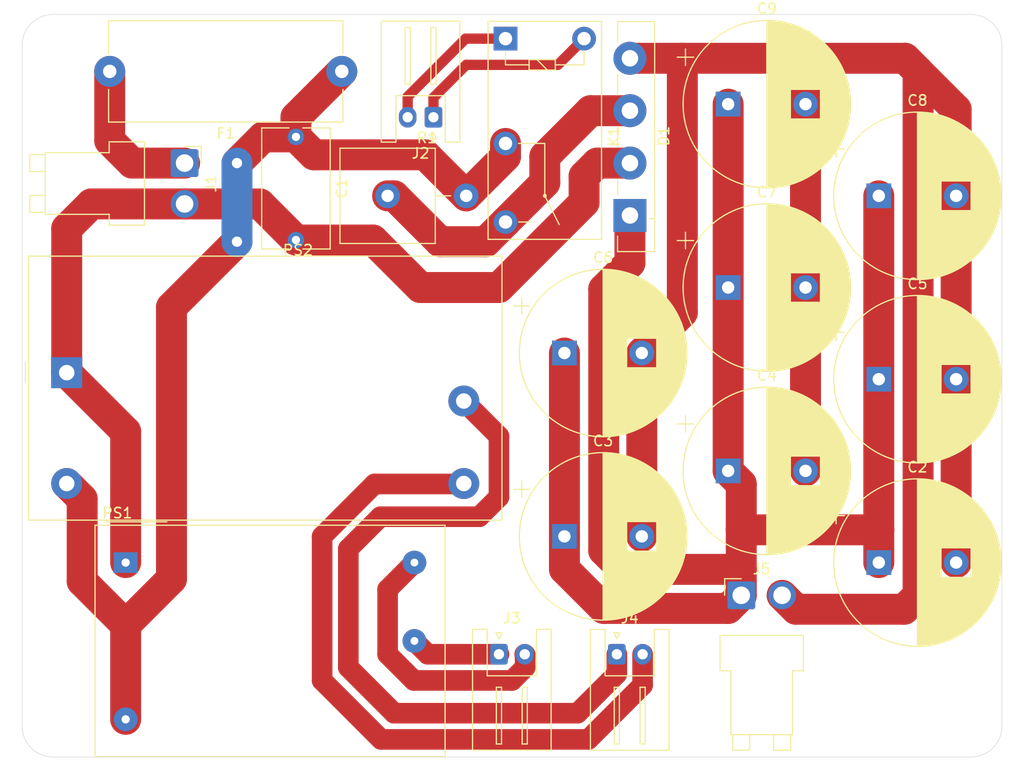
<source format=kicad_pcb>
(kicad_pcb (version 20171130) (host pcbnew "(5.1.5)-3")
  (layers (0 F.Cu signal) (31 B.Cu signal) (34 B.Paste user) (35 F.Paste user) (36 B.SilkS user) (37 F.SilkS user) (38 B.Mask user) (39 F.Mask user) (44 Edge.Cuts user))
  (net 0 "")
  (net 1 "Net-(C1-Pad1)")
  (net 2 "Net-(C1-Pad2)")
  (net 3 "Net-(F1-Pad2)")
  (net 4 "Net-(J2-Pad1)")
  (net 5 "Net-(J2-Pad2)")
  (net 6 "Net-(J3-Pad2)")
  (net 7 "Net-(J3-Pad1)")
  (net 8 "Net-(J4-Pad1)")
  (net 9 "Net-(J4-Pad2)")
  (net 10 "Net-(C2-Pad1)")
  (net 11 "Net-(C2-Pad2)")
  (net 12 "Net-(D1-Pad3)")
  (module Capacitor_THT:C_Rect_L11.5mm_W6.4mm_P10.00mm_MKT (layer F.Cu) (at -20.955 -24.13 270)
    (fp_text reference C1 (at 5 -4.45 90) (layer F.SilkS))
    (fp_text value 0.1u)
    (pad 2 thru_hole circle (at 10 0 270) (size 1.6 1.6) (drill 0.8) (layers *.Cu *.Mask) (net 2 "Net-(C1-Pad2)"))
    (pad 1 thru_hole circle (at 0 0 270) (size 1.6 1.6) (drill 0.8) (layers *.Cu *.Mask) (net 1 "Net-(C1-Pad1)"))
  )
  (module Capacitor_THT:CP_Radial_D16.0mm_P7.50mm (layer F.Cu) (at 35.56 17.145)
    (fp_text reference C2 (at 3.75 -9.25) (layer F.SilkS))
    (fp_text value 150u)
    (pad 1 thru_hole rect (at 0 0) (size 2.4 2.4) (drill 1.2) (layers *.Cu *.Mask) (net 10 "Net-(C2-Pad1)"))
    (pad 2 thru_hole circle (at 7.5 0) (size 2.4 2.4) (drill 1.2) (layers *.Cu *.Mask) (net 11 "Net-(C2-Pad2)"))
  )
  (module Capacitor_THT:CP_Radial_D16.0mm_P7.50mm (layer F.Cu) (at 5.08 14.605)
    (fp_text reference C3 (at 3.75 -9.25) (layer F.SilkS))
    (fp_text value 150u)
    (pad 2 thru_hole circle (at 7.5 0) (size 2.4 2.4) (drill 1.2) (layers *.Cu *.Mask) (net 11 "Net-(C2-Pad2)"))
    (pad 1 thru_hole rect (at 0 0) (size 2.4 2.4) (drill 1.2) (layers *.Cu *.Mask) (net 10 "Net-(C2-Pad1)"))
  )
  (module Capacitor_THT:CP_Radial_D16.0mm_P7.50mm (layer F.Cu) (at 20.955 8.255)
    (fp_text reference C4 (at 3.75 -9.25) (layer F.SilkS))
    (fp_text value 150u)
    (pad 1 thru_hole rect (at 0 0) (size 2.4 2.4) (drill 1.2) (layers *.Cu *.Mask) (net 10 "Net-(C2-Pad1)"))
    (pad 2 thru_hole circle (at 7.5 0) (size 2.4 2.4) (drill 1.2) (layers *.Cu *.Mask) (net 11 "Net-(C2-Pad2)"))
  )
  (module Capacitor_THT:CP_Radial_D16.0mm_P7.50mm (layer F.Cu) (at 35.56 -0.635)
    (fp_text reference C5 (at 3.75 -9.25) (layer F.SilkS))
    (fp_text value 150u)
    (pad 2 thru_hole circle (at 7.5 0) (size 2.4 2.4) (drill 1.2) (layers *.Cu *.Mask) (net 11 "Net-(C2-Pad2)"))
    (pad 1 thru_hole rect (at 0 0) (size 2.4 2.4) (drill 1.2) (layers *.Cu *.Mask) (net 10 "Net-(C2-Pad1)"))
  )
  (module Capacitor_THT:CP_Radial_D16.0mm_P7.50mm (layer F.Cu) (at 5.08 -3.175)
    (fp_text reference C6 (at 3.75 -9.25) (layer F.SilkS))
    (fp_text value 150u)
    (pad 1 thru_hole rect (at 0 0) (size 2.4 2.4) (drill 1.2) (layers *.Cu *.Mask) (net 10 "Net-(C2-Pad1)"))
    (pad 2 thru_hole circle (at 7.5 0) (size 2.4 2.4) (drill 1.2) (layers *.Cu *.Mask) (net 11 "Net-(C2-Pad2)"))
  )
  (module Capacitor_THT:CP_Radial_D16.0mm_P7.50mm (layer F.Cu) (at 20.955 -9.525)
    (fp_text reference C7 (at 3.75 -9.25) (layer F.SilkS))
    (fp_text value 150u)
    (pad 2 thru_hole circle (at 7.5 0) (size 2.4 2.4) (drill 1.2) (layers *.Cu *.Mask) (net 11 "Net-(C2-Pad2)"))
    (pad 1 thru_hole rect (at 0 0) (size 2.4 2.4) (drill 1.2) (layers *.Cu *.Mask) (net 10 "Net-(C2-Pad1)"))
  )
  (module Capacitor_THT:CP_Radial_D16.0mm_P7.50mm (layer F.Cu) (at 35.56 -18.415)
    (fp_text reference C8 (at 3.75 -9.25) (layer F.SilkS))
    (fp_text value 150u)
    (pad 1 thru_hole rect (at 0 0) (size 2.4 2.4) (drill 1.2) (layers *.Cu *.Mask) (net 10 "Net-(C2-Pad1)"))
    (pad 2 thru_hole circle (at 7.5 0) (size 2.4 2.4) (drill 1.2) (layers *.Cu *.Mask) (net 11 "Net-(C2-Pad2)"))
  )
  (module Capacitor_THT:CP_Radial_D16.0mm_P7.50mm (layer F.Cu) (at 20.955 -27.305)
    (fp_text reference C9 (at 3.75 -9.25) (layer F.SilkS))
    (fp_text value 150u)
    (pad 2 thru_hole circle (at 7.5 0) (size 2.4 2.4) (drill 1.2) (layers *.Cu *.Mask) (net 11 "Net-(C2-Pad2)"))
    (pad 1 thru_hole rect (at 0 0) (size 2.4 2.4) (drill 1.2) (layers *.Cu *.Mask) (net 10 "Net-(C2-Pad1)"))
  )
  (module Diode_THT:Diode_Bridge_Vishay_GBU (layer F.Cu) (at 11.43 -16.51 90)
    (fp_text reference D1 (at 7.7 3.3 270) (layer F.SilkS))
    (fp_text value GBU1010TB)
    (pad 4 thru_hole circle (at 15.24 0 90) (size 3.2 3.2) (drill 1.6) (layers *.Cu *.Mask) (net 11 "Net-(C2-Pad2)"))
    (pad 3 thru_hole circle (at 10.16 0 90) (size 3.2 3.2) (drill 1.6) (layers *.Cu *.Mask) (net 12 "Net-(D1-Pad3)"))
    (pad 2 thru_hole circle (at 5.08 0 90) (size 3.2 3.2) (drill 1.6) (layers *.Cu *.Mask) (net 2 "Net-(C1-Pad2)"))
    (pad 1 thru_hole rect (at 0 0 90) (size 3.2 3.2) (drill 1.6) (layers *.Cu *.Mask) (net 10 "Net-(C2-Pad1)"))
  )
  (module Fuse:Fuseholder_Cylinder-5x20mm_Schurter_0031_8201_Horizontal_Open (layer F.Cu) (at -16.51 -30.48 180)
    (fp_text reference F1 (at 11.25 -6) (layer F.SilkS))
    (fp_text value 10A)
    (pad "" np_thru_hole circle (at 11.25 0 180) (size 2.7 2.7) (drill 2.7) (layers *.Cu *.Mask))
    (pad 2 thru_hole circle (at 22.5 0 180) (size 3 3) (drill 1.3) (layers *.Cu *.Mask) (net 3 "Net-(F1-Pad2)"))
    (pad 1 thru_hole circle (at 0 0 180) (size 3 3) (drill 1.3) (layers *.Cu *.Mask) (net 1 "Net-(C1-Pad1)"))
  )
  (module MountingHole:MountingHole_3.2mm_M3 (layer F.Cu) (at -44.5 -33)
    (fp_text reference H1 hide)
    (fp_text value MountingHole)
    (pad 1 np_thru_hole circle (at 0 0) (size 3.2 3.2) (drill 3.2) (layers *.Cu *.Mask))
  )
  (module MountingHole:MountingHole_3.2mm_M3 (layer F.Cu) (at 44.5 -33)
    (fp_text reference H2 hide)
    (fp_text value MountingHole)
    (pad 1 np_thru_hole circle (at 0 0) (size 3.2 3.2) (drill 3.2) (layers *.Cu *.Mask))
  )
  (module MountingHole:MountingHole_3.2mm_M3 (layer F.Cu) (at 44.5 33)
    (fp_text reference H3 hide)
    (fp_text value MountingHole)
    (pad 1 np_thru_hole circle (at 0 0) (size 3.2 3.2) (drill 3.2) (layers *.Cu *.Mask))
  )
  (module MountingHole:MountingHole_3.2mm_M3 (layer F.Cu) (at -44.5 33)
    (fp_text reference H4 hide)
    (fp_text value MountingHole)
    (pad 1 np_thru_hole circle (at 0 0) (size 3.2 3.2) (drill 3.2) (layers *.Cu *.Mask))
  )
  (module Connector_JST:JST_VH_B2PS-VH_1x02_P3.96mm_Horizontal (layer F.Cu) (at -31.75 -21.59 270)
    (fp_text reference J1 (at 1.98 -2.55 90) (layer F.SilkS))
    (fp_text value AC_IN)
    (pad 1 thru_hole roundrect (at 0 0 270) (size 2.7 2.7) (drill 1.7) (layers *.Cu *.Mask) (roundrect_rratio 0.09259299999999999) (net 3 "Net-(F1-Pad2)"))
    (pad 2 thru_hole circle (at 3.96 0 270) (size 2.7 2.7) (drill 1.7) (layers *.Cu *.Mask) (net 2 "Net-(C1-Pad2)"))
  )
  (module Connector_JST:JST_XH_S2B-XH-A_1x02_P2.50mm_Horizontal (layer F.Cu) (at -7.62 -26.035 180)
    (fp_text reference J2 (at 1.25 -3.5) (layer F.SilkS))
    (fp_text value RelayCoil)
    (pad 2 thru_hole oval (at 2.5 0 180) (size 1.7 2) (drill 1) (layers *.Cu *.Mask) (net 5 "Net-(J2-Pad2)"))
    (pad 1 thru_hole roundrect (at 0 0 180) (size 1.7 2) (drill 1) (layers *.Cu *.Mask) (roundrect_rratio 0.147059) (net 4 "Net-(J2-Pad1)"))
  )
  (module Connector_JST:JST_XH_S2B-XH-A_1x02_P2.50mm_Horizontal (layer F.Cu) (at -1.27 26.035)
    (fp_text reference J3 (at 1.25 -3.5) (layer F.SilkS))
    (fp_text value GATE_DRIVE)
    (pad 1 thru_hole roundrect (at 0 0) (size 1.7 2) (drill 1) (layers *.Cu *.Mask) (roundrect_rratio 0.147059) (net 7 "Net-(J3-Pad1)"))
    (pad 2 thru_hole oval (at 2.5 0) (size 1.7 2) (drill 1) (layers *.Cu *.Mask) (net 6 "Net-(J3-Pad2)"))
  )
  (module Connector_JST:JST_XH_S2B-XH-A_1x02_P2.50mm_Horizontal (layer F.Cu) (at 10.16 26.035)
    (fp_text reference J4 (at 1.25 -3.5) (layer F.SilkS))
    (fp_text value LOGIC)
    (pad 2 thru_hole oval (at 2.5 0) (size 1.7 2) (drill 1) (layers *.Cu *.Mask) (net 9 "Net-(J4-Pad2)"))
    (pad 1 thru_hole roundrect (at 0 0) (size 1.7 2) (drill 1) (layers *.Cu *.Mask) (roundrect_rratio 0.147059) (net 8 "Net-(J4-Pad1)"))
  )
  (module Connector_JST:JST_VH_B2PS-VH_1x02_P3.96mm_Horizontal (layer F.Cu) (at 22.225 20.32)
    (fp_text reference J5 (at 1.98 -2.55) (layer F.SilkS))
    (fp_text value DC_LINK)
    (pad 2 thru_hole circle (at 3.96 0) (size 2.7 2.7) (drill 1.7) (layers *.Cu *.Mask) (net 11 "Net-(C2-Pad2)"))
    (pad 1 thru_hole roundrect (at 0 0) (size 2.7 2.7) (drill 1.7) (layers *.Cu *.Mask) (roundrect_rratio 0.09259299999999999) (net 10 "Net-(C2-Pad1)"))
  )
  (module Relay_THT:Relay_SPST_Omron-G5Q-1A (layer F.Cu) (at -0.635 -33.655 270)
    (fp_text reference K1 (at 9.5 -10.5 270) (layer F.SilkS))
    (fp_text value ALQ305)
    (pad 5 thru_hole circle (at 0 -7.62 90) (size 2.3 2.3) (drill 1.3) (layers *.Cu *.Mask) (net 4 "Net-(J2-Pad1)"))
    (pad 3 thru_hole circle (at 17.78 0 90) (size 2.3 2.3) (drill 1.3) (layers *.Cu *.Mask) (net 12 "Net-(D1-Pad3)"))
    (pad 2 thru_hole circle (at 10.16 0 90) (size 2.3 2.3) (drill 1.3) (layers *.Cu *.Mask) (net 1 "Net-(C1-Pad1)"))
    (pad 1 thru_hole rect (at 0 0 90) (size 2.3 2.3) (drill 1.3) (layers *.Cu *.Mask) (net 5 "Net-(J2-Pad2)"))
  )
  (module Converter_ACDC:Converter_ACDC_MeanWell_IRM-02-xx_THT (layer F.Cu) (at -37.465 17.145)
    (fp_text reference PS1 (at -0.8 -4.8) (layer F.SilkS))
    (fp_text value IRM-02-15)
    (pad 4 thru_hole circle (at 28 7.6) (size 2.3 2.3) (drill 0.76) (layers *.Cu *.Mask) (net 7 "Net-(J3-Pad1)"))
    (pad 2 thru_hole circle (at 0 15.2) (size 2.3 2.3) (drill 0.8) (layers *.Cu *.Mask) (net 1 "Net-(C1-Pad1)"))
    (pad 1 thru_hole rect (at 0 0) (size 2.3 2) (drill 0.8) (layers *.Cu *.Mask) (net 2 "Net-(C1-Pad2)"))
    (pad 3 thru_hole circle (at 28 0) (size 2.3 2.3) (drill 0.76) (layers *.Cu *.Mask) (net 6 "Net-(J3-Pad2)"))
  )
  (module Converter_ACDC:Converter_ACDC_MeanWell_IRM-05-xx_THT (layer F.Cu) (at -43.18 -1.27)
    (fp_text reference PS2 (at 22.42 -11.88) (layer F.SilkS))
    (fp_text value IRM-05-5)
    (pad 1 thru_hole rect (at 0 0) (size 3 3) (drill 1.5) (layers *.Cu *.Mask) (net 2 "Net-(C1-Pad2)"))
    (pad 4 thru_hole circle (at 38.5 2.75) (size 3 3) (drill 1.5) (layers *.Cu *.Mask) (net 8 "Net-(J4-Pad1)"))
    (pad 2 thru_hole circle (at 0 10.75) (size 3 3) (drill 1.5) (layers *.Cu *.Mask) (net 1 "Net-(C1-Pad1)"))
    (pad 3 thru_hole circle (at 38.5 10.75) (size 3 3) (drill 1.5) (layers *.Cu *.Mask) (net 9 "Net-(J4-Pad2)"))
  )
  (module Resistor_THT:R_Axial_Power_L25.0mm_W9.0mm_P7.62mm_Vertical (layer F.Cu) (at -12.065 -18.415)
    (fp_text reference R1 (at 3.81 -5.62) (layer F.SilkS))
    (fp_text value 3R)
    (pad 2 thru_hole oval (at 7.62 0) (size 2.4 2.4) (drill 1.2) (layers *.Cu *.Mask) (net 1 "Net-(C1-Pad1)"))
    (pad 1 thru_hole circle (at 0 0) (size 2.4 2.4) (drill 1.2) (layers *.Cu *.Mask) (net 12 "Net-(D1-Pad3)"))
  )
  (gr_arc (start 44.5 -33) (end 47.5 -33) (angle -90) (layer Edge.Cuts) (width 0.05))
  (gr_arc (start 44.5 33) (end 44.5 36) (angle -90) (layer Edge.Cuts) (width 0.05))
  (gr_arc (start -44.5 33) (end -47.5 33) (angle -90) (layer Edge.Cuts) (width 0.05))
  (gr_arc (start -44.5 -33) (end -44.5 -36) (angle -90) (layer Edge.Cuts) (width 0.05))
  (gr_line (start 44.5 -36) (end -44.5 -36) (layer Edge.Cuts) (width 0.05))
  (gr_line (start 47.5 33) (end 47.5 -33) (layer Edge.Cuts) (width 0.05))
  (gr_line (start -44.5 36) (end 44.5 36) (layer Edge.Cuts) (width 0.05))
  (gr_line (start -47.5 -33) (end -47.5 33) (layer Edge.Cuts) (width 0.05))
  (segment (start -0.635 -22.225) (end -4.445 -18.415) (width 3) (layer F.Cu) (net 1))
  (segment (start -0.635 -23.495) (end -0.635 -22.225) (width 3) (layer F.Cu) (net 1))
  (segment (start -20.955 -26.035) (end -20.955 -24.13) (width 3) (layer F.Cu) (net 1))
  (segment (start -16.51 -30.48) (end -20.955 -26.035) (width 3) (layer F.Cu) (net 1))
  (segment (start -5.644999 -19.614999) (end -4.445 -18.415) (width 3) (layer F.Cu) (net 1))
  (segment (start -8.419999 -22.389999) (end -5.644999 -19.614999) (width 3) (layer F.Cu) (net 1))
  (segment (start -20.955 -24.13) (end -19.214999 -22.389999) (width 3) (layer F.Cu) (net 1))
  (segment (start -19.214999 -22.389999) (end -8.419999 -22.389999) (width 3) (layer F.Cu) (net 1))
  (segment (start -37.465 23.1775) (end -37.465 32.345) (width 3) (layer F.Cu) (net 1))
  (segment (start -41.680001 18.962499) (end -37.465 23.1775) (width 3) (layer F.Cu) (net 1))
  (segment (start -43.18 9.48) (end -41.680001 10.979999) (width 3) (layer F.Cu) (net 1))
  (segment (start -41.680001 10.979999) (end -41.680001 18.962499) (width 3) (layer F.Cu) (net 1))
  (via (at -26.67 -13.97) (size 2) (drill 1) (layers F.Cu B.Cu) (net 1))
  (via (at -26.67 -21.59) (size 2) (drill 1) (layers F.Cu B.Cu) (net 1))
  (segment (start -26.67 -21.59) (end -26.67 -13.97) (width 3) (layer B.Cu) (net 1))
  (segment (start -24.13 -24.13) (end -20.955 -24.13) (width 3) (layer F.Cu) (net 1))
  (segment (start -26.67 -21.59) (end -24.13 -24.13) (width 3) (layer F.Cu) (net 1))
  (segment (start -33.02 -7.62) (end -26.67 -13.97) (width 3) (layer F.Cu) (net 1))
  (segment (start -37.465 23.1775) (end -33.02 18.7325) (width 3) (layer F.Cu) (net 1))
  (segment (start -33.02 18.7325) (end -33.02 -7.62) (width 3) (layer F.Cu) (net 1))
  (segment (start -24.455 -17.63) (end -20.955 -14.13) (width 3) (layer F.Cu) (net 2))
  (segment (start -31.75 -17.63) (end -24.455 -17.63) (width 3) (layer F.Cu) (net 2))
  (segment (start -31.75 -17.63) (end -40.79 -17.63) (width 3) (layer F.Cu) (net 2))
  (segment (start -43.18 -15.24) (end -43.18 -1.27) (width 3) (layer F.Cu) (net 2))
  (segment (start -40.79 -17.63) (end -43.18 -15.24) (width 3) (layer F.Cu) (net 2))
  (segment (start -37.465 4.445) (end -43.18 -1.27) (width 3) (layer F.Cu) (net 2))
  (segment (start -37.465 17.145) (end -37.465 4.445) (width 3) (layer F.Cu) (net 2))
  (segment (start -8.89 -9.525) (end -13.495 -14.13) (width 3) (layer F.Cu) (net 2))
  (segment (start -13.495 -14.13) (end -20.955 -14.13) (width 3) (layer F.Cu) (net 2))
  (segment (start 8.255 -21.59) (end 6.985 -20.32) (width 3) (layer F.Cu) (net 2))
  (segment (start 11.43 -21.59) (end 8.255 -21.59) (width 3) (layer F.Cu) (net 2))
  (segment (start 6.985 -20.32) (end 6.985 -17.78) (width 3) (layer F.Cu) (net 2))
  (segment (start -1.27 -9.525) (end -8.89 -9.525) (width 3) (layer F.Cu) (net 2))
  (segment (start 6.985 -17.78) (end -1.27 -9.525) (width 3) (layer F.Cu) (net 2))
  (segment (start -6.985 -13.97) (end -2.54 -13.97) (width 3) (layer F.Cu) (net 12))
  (segment (start -2.54 -13.97) (end -0.635 -15.875) (width 3) (layer F.Cu) (net 12))
  (segment (start -12.065 -18.415) (end -11.43 -18.415) (width 3) (layer F.Cu) (net 12))
  (segment (start -11.43 -18.415) (end -6.985 -13.97) (width 3) (layer F.Cu) (net 12))
  (segment (start -36.83 -21.59) (end -31.75 -21.59) (width 3) (layer F.Cu) (net 3))
  (segment (start -39.01 -30.48) (end -39.01 -23.77) (width 3) (layer F.Cu) (net 3))
  (segment (start -39.01 -23.77) (end -36.83 -21.59) (width 3) (layer F.Cu) (net 3))
  (segment (start 4.445 -31.115) (end 6.985 -33.655) (width 1) (layer F.Cu) (net 4))
  (segment (start -4.445 -31.115) (end 4.445 -31.115) (width 1) (layer F.Cu) (net 4))
  (segment (start -7.62 -26.035) (end -7.62 -27.94) (width 1) (layer F.Cu) (net 4))
  (segment (start -7.62 -27.94) (end -4.445 -31.115) (width 1) (layer F.Cu) (net 4))
  (segment (start -2.785 -33.655) (end -0.635 -33.655) (width 1) (layer F.Cu) (net 5))
  (segment (start -4.5 -33.655) (end -2.785 -33.655) (width 1) (layer F.Cu) (net 5))
  (segment (start -10.12 -28.035) (end -4.5 -33.655) (width 1) (layer F.Cu) (net 5))
  (segment (start -10.12 -26.035) (end -10.12 -28.035) (width 1) (layer F.Cu) (net 5))
  (segment (start 1.27 26.075) (end 1.23 26.035) (width 2) (layer F.Cu) (net 6))
  (segment (start -12.065 19.745) (end -12.065 26.035) (width 2) (layer F.Cu) (net 6))
  (segment (start -9.525 28.575) (end 0 28.575) (width 2) (layer F.Cu) (net 6))
  (segment (start -9.465 17.145) (end -12.065 19.745) (width 2) (layer F.Cu) (net 6))
  (segment (start 1.27 27.305) (end 1.27 26.075) (width 2) (layer F.Cu) (net 6))
  (segment (start -12.065 26.035) (end -9.525 28.575) (width 2) (layer F.Cu) (net 6))
  (segment (start 0 28.575) (end 1.27 27.305) (width 2) (layer F.Cu) (net 6))
  (segment (start -8.175 26.035) (end -9.465 24.745) (width 2) (layer F.Cu) (net 7))
  (segment (start -1.27 26.035) (end -8.175 26.035) (width 2) (layer F.Cu) (net 7))
  (segment (start -1.27 4.89) (end -3.180001 2.979999) (width 2) (layer F.Cu) (net 8))
  (segment (start -3.175 12.7) (end -1.27 10.795) (width 2) (layer F.Cu) (net 8))
  (segment (start -15.875 15.811284) (end -12.763716 12.7) (width 2) (layer F.Cu) (net 8))
  (segment (start -3.180001 2.979999) (end -4.68 1.48) (width 2) (layer F.Cu) (net 8))
  (segment (start -1.27 10.795) (end -1.27 4.89) (width 2) (layer F.Cu) (net 8))
  (segment (start 10.16 26.035) (end 10.16 27.94) (width 2) (layer F.Cu) (net 8))
  (segment (start -12.763716 12.7) (end -3.175 12.7) (width 2) (layer F.Cu) (net 8))
  (segment (start -11.43 31.75) (end -15.875 27.305) (width 2) (layer F.Cu) (net 8))
  (segment (start 10.16 27.94) (end 6.35 31.75) (width 2) (layer F.Cu) (net 8))
  (segment (start 6.35 31.75) (end -11.43 31.75) (width 2) (layer F.Cu) (net 8))
  (segment (start -15.875 27.305) (end -15.875 15.811284) (width 2) (layer F.Cu) (net 8))
  (segment (start -4.725 9.525) (end -4.68 9.48) (width 2) (layer F.Cu) (net 9))
  (segment (start 12.66 29.035) (end 7.405 34.29) (width 2) (layer F.Cu) (net 9))
  (segment (start 12.66 26.035) (end 12.66 29.035) (width 2) (layer F.Cu) (net 9))
  (segment (start -13.335 9.525) (end -4.725 9.525) (width 2) (layer F.Cu) (net 9))
  (segment (start -18.415 14.605) (end -13.335 9.525) (width 2) (layer F.Cu) (net 9))
  (segment (start -18.415 28.575) (end -18.415 14.605) (width 2) (layer F.Cu) (net 9))
  (segment (start 7.405 34.29) (end -12.7 34.29) (width 2) (layer F.Cu) (net 9))
  (segment (start -12.7 34.29) (end -18.415 28.575) (width 2) (layer F.Cu) (net 9))
  (segment (start 20.955 -27.305) (end 20.955 8.255) (width 3) (layer F.Cu) (net 10))
  (segment (start 5.08 -3.175) (end 5.08 14.605) (width 3) (layer F.Cu) (net 10))
  (segment (start 35.56 -18.415) (end 35.56 13.97) (width 3) (layer F.Cu) (net 10))
  (segment (start 35.56 13.97) (end 35.56 17.145) (width 3) (layer F.Cu) (net 10))
  (segment (start 22.225 13.97) (end 35.56 13.97) (width 3) (layer F.Cu) (net 10))
  (segment (start 20.955 8.255) (end 22.225 9.525) (width 3) (layer F.Cu) (net 10))
  (segment (start 22.225 9.525) (end 22.225 13.97) (width 3) (layer F.Cu) (net 10))
  (segment (start 22.225 20.32) (end 22.225 17.78) (width 3) (layer F.Cu) (net 10))
  (segment (start 22.225 17.78) (end 22.225 13.97) (width 3) (layer F.Cu) (net 10))
  (segment (start 11.43 -11.91) (end 8.89 -9.37) (width 3) (layer F.Cu) (net 10))
  (segment (start 11.43 -16.51) (end 11.43 -11.91) (width 3) (layer F.Cu) (net 10))
  (segment (start 8.89 -9.37) (end 8.89 15.975248) (width 3) (layer F.Cu) (net 10))
  (segment (start 22.19999 17.80501) (end 22.225 17.78) (width 3) (layer F.Cu) (net 10))
  (segment (start 8.89 15.975248) (end 10.719762 17.80501) (width 3) (layer F.Cu) (net 10))
  (segment (start 10.719762 17.80501) (end 22.19999 17.80501) (width 3) (layer F.Cu) (net 10))
  (segment (start 20.955 21.59) (end 22.225 20.32) (width 3) (layer F.Cu) (net 10))
  (segment (start 8.89 21.59) (end 20.955 21.59) (width 3) (layer F.Cu) (net 10))
  (segment (start 5.08 14.605) (end 5.08 17.78) (width 3) (layer F.Cu) (net 10))
  (segment (start 5.08 17.78) (end 8.89 21.59) (width 3) (layer F.Cu) (net 10))
  (segment (start 43.06 -26.79) (end 43.06 -18.415) (width 3) (layer F.Cu) (net 11))
  (segment (start 38.1 -31.75) (end 43.06 -26.79) (width 3) (layer F.Cu) (net 11))
  (segment (start 43.06 -18.415) (end 43.06 17.145) (width 3) (layer F.Cu) (net 11))
  (segment (start 28.455 -31.63) (end 28.575 -31.75) (width 3) (layer F.Cu) (net 11))
  (segment (start 28.455 -27.305) (end 28.455 -31.63) (width 3) (layer F.Cu) (net 11))
  (segment (start 28.575 -31.75) (end 38.1 -31.75) (width 3) (layer F.Cu) (net 11))
  (segment (start 28.455 -27.305) (end 28.455 8.255) (width 3) (layer F.Cu) (net 11))
  (segment (start 12.58 -3.175) (end 12.58 14.605) (width 3) (layer F.Cu) (net 11))
  (segment (start 11.43 -31.75) (end 16.51 -31.75) (width 3) (layer F.Cu) (net 11))
  (segment (start 16.51 -31.75) (end 28.575 -31.75) (width 3) (layer F.Cu) (net 11))
  (segment (start 16.51 -7.105) (end 16.51 -31.75) (width 3) (layer F.Cu) (net 11))
  (segment (start 12.58 -3.175) (end 16.51 -7.105) (width 3) (layer F.Cu) (net 11))
  (segment (start 27.534999 21.669999) (end 38.020001 21.669999) (width 3) (layer F.Cu) (net 11))
  (segment (start 26.185 20.32) (end 27.534999 21.669999) (width 3) (layer F.Cu) (net 11))
  (segment (start 38.020001 21.669999) (end 39.37 20.32) (width 3) (layer F.Cu) (net 11))
  (segment (start 39.37 -30.48) (end 38.1 -31.75) (width 3) (layer F.Cu) (net 11))
  (segment (start 39.37 20.32) (end 39.37 -30.48) (width 3) (layer F.Cu) (net 11))
  (segment (start 7.62 -26.67) (end 11.43 -26.67) (width 3) (layer F.Cu) (net 12))
  (segment (start -0.635 -15.875) (end 3.175 -19.685) (width 3) (layer F.Cu) (net 12))
  (segment (start 3.175 -22.225) (end 7.62 -26.67) (width 3) (layer F.Cu) (net 12))
  (segment (start 3.175 -19.685) (end 3.175 -22.225) (width 3) (layer F.Cu) (net 12))
)
</source>
